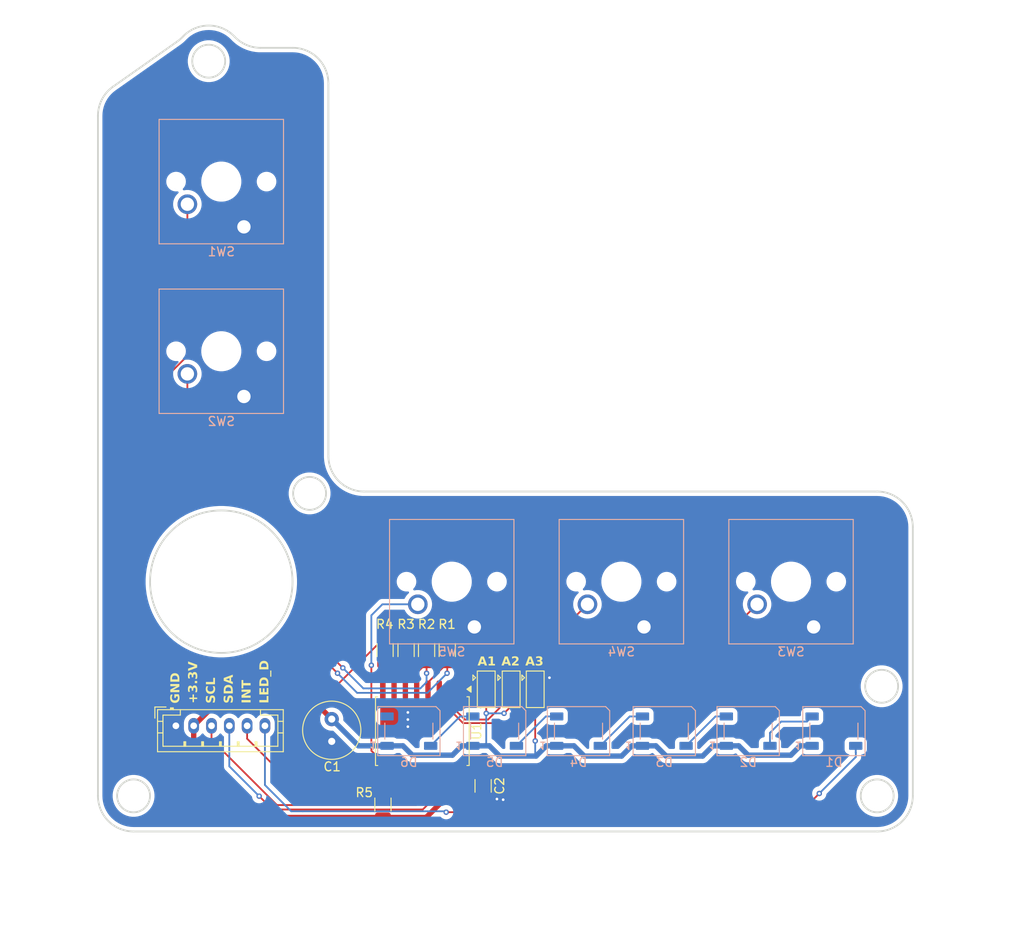
<source format=kicad_pcb>
(kicad_pcb (version 20241229) (generator "pcbnew") (generator_version "9.0")
  (layers (0 "F.Cu" signal) (2 "B.Cu" signal) (13 "F.Paste" user) (15 "B.Paste" user) (5 "F.SilkS" user "F.Silkscreen") (7 "B.SilkS" user "B.Silkscreen") (1 "F.Mask" user) (3 "B.Mask" user) (25 "Edge.Cuts" user))
  (net 0 "")
  (net 1 "+3.3V")
  (net 2 "GND")
  (net 3 "/INT")
  (net 4 "/SCL")
  (net 5 "/SDA")
  (net 6 "/A1")
  (net 7 "/A2")
  (net 8 "/A3")
  (net 9 "/SW1")
  (net 10 "/SW2")
  (net 11 "/SW3")
  (net 12 "/SW4")
  (net 13 "/SW5")
  (net 14 "Net-(D1-DOUT)")
  (net 15 "/LED_D")
  (net 16 "Net-(D2-DOUT)")
  (net 20 "Net-(D3-DOUT)")
  (net 21 "Net-(D4-DOUT)")
  (net 22 "Net-(D5-DOUT)")
  (footprint "Resistor_SMD:R_1206_3216Metric" (layer "F.Cu") (at 128 130.3375 90)
    (property "Reference" "R5" (at 1.3375 -2.1 180) (layer "F.SilkS"))
    (property "Value" "10k")
    (fp_line (start -0.727064 -0.91) (end 0.727064 -0.91) (stroke (width 0.12)) (layer "F.SilkS"))
    (fp_line (start -0.727064 0.91) (end 0.727064 0.91) (stroke (width 0.12)) (layer "F.SilkS"))
    (pad "1" smd roundrect (at -1.4625 0 90) (size 1.125 1.75) (layers "F.Cu" "F.Mask" "F.Paste") (roundrect_rratio 0.222222) (net 1 "+3.3V"))
    (pad "2" smd roundrect (at 1.4625 0 90) (size 1.125 1.75) (layers "F.Cu" "F.Mask" "F.Paste") (roundrect_rratio 0.222222) (net 13 "/SW5"))
  )
  (footprint "Resistor_SMD:R_1206_3216Metric" (layer "F.Cu") (at 135.223 113 -90)
    (property "Reference" "R1" (at -2.9 0.023 180) (layer "F.SilkS"))
    (property "Value" "10k")
    (fp_line (start -0.727064 0.91) (end 0.727064 0.91) (stroke (width 0.12)) (layer "F.SilkS"))
    (fp_line (start -0.727064 -0.91) (end 0.727064 -0.91) (stroke (width 0.12)) (layer "F.SilkS"))
    (pad "1" smd roundrect (at -1.4625 0 270) (size 1.125 1.75) (layers "F.Cu" "F.Mask" "F.Paste") (roundrect_rratio 0.222222) (net 1 "+3.3V"))
    (pad "2" smd roundrect (at 1.4625 0 270) (size 1.125 1.75) (layers "F.Cu" "F.Mask" "F.Paste") (roundrect_rratio 0.222222) (net 9 "/SW1"))
  )
  (footprint "Resistor_SMD:R_1206_3216Metric" (layer "F.Cu") (at 128.238 113 -90)
    (property "Reference" "R4" (at -2.9 0.038 180) (layer "F.SilkS"))
    (property "Value" "10k")
    (fp_line (start -0.727064 0.91) (end 0.727064 0.91) (stroke (width 0.12)) (layer "F.SilkS"))
    (fp_line (start -0.727064 -0.91) (end 0.727064 -0.91) (stroke (width 0.12)) (layer "F.SilkS"))
    (pad "1" smd roundrect (at -1.4625 0 270) (size 1.125 1.75) (layers "F.Cu" "F.Mask" "F.Paste") (roundrect_rratio 0.222222) (net 1 "+3.3V"))
    (pad "2" smd roundrect (at 1.4625 0 270) (size 1.125 1.75) (layers "F.Cu" "F.Mask" "F.Paste") (roundrect_rratio 0.222222) (net 12 "/SW4"))
  )
  (footprint "Resistor_SMD:R_1206_3216Metric" (layer "F.Cu") (at 132.9 113 -90)
    (property "Reference" "R2" (at -2.9 0 180) (layer "F.SilkS"))
    (property "Value" "10k")
    (fp_line (start -0.727064 0.91) (end 0.727064 0.91) (stroke (width 0.12)) (layer "F.SilkS"))
    (fp_line (start -0.727064 -0.91) (end 0.727064 -0.91) (stroke (width 0.12)) (layer "F.SilkS"))
    (pad "1" smd roundrect (at -1.4625 0 270) (size 1.125 1.75) (layers "F.Cu" "F.Mask" "F.Paste") (roundrect_rratio 0.222222) (net 1 "+3.3V"))
    (pad "2" smd roundrect (at 1.4625 0 270) (size 1.125 1.75) (layers "F.Cu" "F.Mask" "F.Paste") (roundrect_rratio 0.222222) (net 10 "/SW2"))
  )
  (footprint "Connector_JST:JST_PH_B6B-PH-K_1x06_P2.00mm_Vertical" (layer "F.Cu") (at 104.75 121.5)
    (property "Reference" "J1" (hide yes))
    (property "Value" "JST_PH")
    (fp_line (start -2.36 -2.11) (end -2.36 -0.86) (stroke (width 0.12)) (layer "F.SilkS"))
    (fp_line (start -2.06 -1.81) (end -2.06 2.91) (stroke (width 0.12)) (layer "F.SilkS"))
    (fp_line (start -2.06 -0.5) (end -1.45 -0.5) (stroke (width 0.12)) (layer "F.SilkS"))
    (fp_line (start -2.06 0.8) (end -1.45 0.8) (stroke (width 0.12)) (layer "F.SilkS"))
    (fp_line (start -2.06 2.91) (end 12.06 2.91) (stroke (width 0.12)) (layer "F.SilkS"))
    (fp_line (start -1.45 -1.2) (end -1.45 2.3) (stroke (width 0.12)) (layer "F.SilkS"))
    (fp_line (start -1.45 2.3) (end 11.45 2.3) (stroke (width 0.12)) (layer "F.SilkS"))
    (fp_line (start -1.11 -2.11) (end -2.36 -2.11) (stroke (width 0.12)) (layer "F.SilkS"))
    (fp_line (start -0.6 -2.01) (end -0.6 -1.81) (stroke (width 0.12)) (layer "F.SilkS"))
    (fp_line (start -0.3 -2.01) (end -0.6 -2.01) (stroke (width 0.12)) (layer "F.SilkS"))
    (fp_line (start -0.3 -1.91) (end -0.6 -1.91) (stroke (width 0.12)) (layer "F.SilkS"))
    (fp_line (start -0.3 -1.81) (end -0.3 -2.01) (stroke (width 0.12)) (layer "F.SilkS"))
    (fp_line (start 0.5 -1.81) (end 0.5 -1.2) (stroke (width 0.12)) (layer "F.SilkS"))
    (fp_line (start 0.5 -1.2) (end -1.45 -1.2) (stroke (width 0.12)) (layer "F.SilkS"))
    (fp_line (start 0.9 1.8) (end 1.1 1.8) (stroke (width 0.12)) (layer "F.SilkS"))
    (fp_line (start 0.9 2.3) (end 0.9 1.8) (stroke (width 0.12)) (layer "F.SilkS"))
    (fp_line (start 1 2.3) (end 1 1.8) (stroke (width 0.12)) (layer "F.SilkS"))
    (fp_line (start 1.1 1.8) (end 1.1 2.3) (stroke (width 0.12)) (layer "F.SilkS"))
    (fp_line (start 2.9 1.8) (end 3.1 1.8) (stroke (width 0.12)) (layer "F.SilkS"))
    (fp_line (start 2.9 2.3) (end 2.9 1.8) (stroke (width 0.12)) (layer "F.SilkS"))
    (fp_line (start 3 2.3) (end 3 1.8) (stroke (width 0.12)) (layer "F.SilkS"))
    (fp_line (start 3.1 1.8) (end 3.1 2.3) (stroke (width 0.12)) (layer "F.SilkS"))
    (fp_line (start 4.9 1.8) (end 5.1 1.8) (stroke (width 0.12)) (layer "F.SilkS"))
    (fp_line (start 4.9 2.3) (end 4.9 1.8) (stroke (width 0.12)) (layer "F.SilkS"))
    (fp_line (start 5 2.3) (end 5 1.8) (stroke (width 0.12)) (layer "F.SilkS"))
    (fp_line (start 5.1 1.8) (end 5.1 2.3) (stroke (width 0.12)) (layer "F.SilkS"))
    (fp_line (start 6.9 1.8) (end 7.1 1.8) (stroke (width 0.12)) (layer "F.SilkS"))
    (fp_line (start 6.9 2.3) (end 6.9 1.8) (stroke (width 0.12)) (layer "F.SilkS"))
    (fp_line (start 7 2.3) (end 7 1.8) (stroke (width 0.12)) (layer "F.SilkS"))
    (fp_line (start 7.1 1.8) (end 7.1 2.3) (stroke (width 0.12)) (layer "F.SilkS"))
    (fp_line (start 8.9 1.8) (end 9.1 1.8) (stroke (width 0.12)) (layer "F.SilkS"))
    (fp_line (start 8.9 2.3) (end 8.9 1.8) (stroke (width 0.12)) (layer "F.SilkS"))
    (fp_line (start 9 2.3) (end 9 1.8) (stroke (width 0.12)) (layer "F.SilkS"))
    (fp_line (start 9.1 1.8) (end 9.1 2.3) (stroke (width 0.12)) (layer "F.SilkS"))
    (fp_line (start 9.5 -1.2) (end 9.5 -1.81) (stroke (width 0.12)) (layer "F.SilkS"))
    (fp_line (start 11.45 -1.2) (end 9.5 -1.2) (stroke (width 0.12)) (layer "F.SilkS"))
    (fp_line (start 11.45 2.3) (end 11.45 -1.2) (stroke (width 0.12)) (layer "F.SilkS"))
    (fp_line (start 12.06 -1.81) (end -2.06 -1.81) (stroke (width 0.12)) (layer "F.SilkS"))
    (fp_line (start 12.06 -0.5) (end 11.45 -0.5) (stroke (width 0.12)) (layer "F.SilkS"))
    (fp_line (start 12.06 0.8) (end 11.45 0.8) (stroke (width 0.12)) (layer "F.SilkS"))
    (fp_line (start 12.06 2.91) (end 12.06 -1.81) (stroke (width 0.12)) (layer "F.SilkS"))
    (pad "1" thru_hole roundrect (at 0 0) (size 1.2 1.75) (drill 0.75) (layers "*.Cu" "*.Mask") (roundrect_rratio 0.208333) (net 2 "GND"))
    (pad "2" thru_hole oval (at 2 0) (size 1.2 1.75) (drill 0.75) (layers "*.Cu" "*.Mask") (net 1 "+3.3V"))
    (pad "3" thru_hole oval (at 4 0) (size 1.2 1.75) (drill 0.75) (layers "*.Cu" "*.Mask") (net 4 "/SCL"))
    (pad "4" thru_hole oval (at 6 0) (size 1.2 1.75) (drill 0.75) (layers "*.Cu" "*.Mask") (net 5 "/SDA"))
    (pad "5" thru_hole oval (at 8 0) (size 1.2 1.75) (drill 0.75) (layers "*.Cu" "*.Mask") (net 3 "/INT"))
    (pad "6" thru_hole oval (at 10 0) (size 1.2 1.75) (drill 0.75) (layers "*.Cu" "*.Mask") (net 15 "/LED_D"))
  )
  (footprint "Resistor_SMD:R_1206_3216Metric" (layer "F.Cu") (at 130.6 113 -90)
    (property "Reference" "R3" (at -2.9 0 180) (layer "F.SilkS"))
    (property "Value" "10k")
    (fp_line (start -0.727064 0.91) (end 0.727064 0.91) (stroke (width 0.12)) (layer "F.SilkS"))
    (fp_line (start -0.727064 -0.91) (end 0.727064 -0.91) (stroke (width 0.12)) (layer "F.SilkS"))
    (pad "1" smd roundrect (at -1.4625 0 270) (size 1.125 1.75) (layers "F.Cu" "F.Mask" "F.Paste") (roundrect_rratio 0.222222) (net 1 "+3.3V"))
    (pad "2" smd roundrect (at 1.4625 0 270) (size 1.125 1.75) (layers "F.Cu" "F.Mask" "F.Paste") (roundrect_rratio 0.222222) (net 11 "/SW3"))
  )
  (footprint "Jumper:SolderJumper-3_P1.3mm_Bridged2Bar12_Pad1.0x1.5mm" (layer "F.Cu") (at 142.4 117.4 -90)
    (property "Reference" "JP1" (hide yes))
    (property "Value" "Jumper_3_Bridged12")
    (fp_poly (pts (xy -0.9 0.2) (xy -0.4 0.2) (xy -0.4 0.6) (xy -0.9 0.6)) (fill yes) (layer "F.Cu"))
    (fp_poly (pts (xy -0.9 -0.6) (xy -0.4 -0.6) (xy -0.4 -0.2) (xy -0.9 -0.2)) (fill yes) (layer "F.Cu"))
    (fp_line (start -1.6 1.5) (end -1 1.5) (stroke (width 0.12)) (layer "F.SilkS"))
    (fp_line (start -1.3 1.2) (end -1.6 1.5) (stroke (width 0.12)) (layer "F.SilkS"))
    (fp_line (start -1.3 1.2) (end -1 1.5) (stroke (width 0.12)) (layer "F.SilkS"))
    (fp_line (start -2.05 1) (end -2.05 -1) (stroke (width 0.12)) (layer "F.SilkS"))
    (fp_line (start 2.05 1) (end -2.05 1) (stroke (width 0.12)) (layer "F.SilkS"))
    (fp_line (start -2.05 -1) (end 2.05 -1) (stroke (width 0.12)) (layer "F.SilkS"))
    (fp_line (start 2.05 -1) (end 2.05 1) (stroke (width 0.12)) (layer "F.SilkS"))
    (pad "1" smd rect (at -1.3 0 270) (size 1 1.5) (layers "F.Cu" "F.Mask") (net 2 "GND"))
    (pad "2" smd rect (at 0 0 270) (size 1 1.5) (layers "F.Cu" "F.Mask") (net 7 "/A2"))
    (pad "3" smd rect (at 1.3 0 270) (size 1 1.5) (layers "F.Cu" "F.Mask") (net 1 "+3.3V"))
  )
  (footprint "Jumper:SolderJumper-3_P1.3mm_Bridged2Bar12_Pad1.0x1.5mm" (layer "F.Cu") (at 145.1 117.4 -90)
    (property "Reference" "JP2" (hide yes))
    (property "Value" "Jumper_3_Bridged12")
    (fp_poly (pts (xy -0.9 0.2) (xy -0.4 0.2) (xy -0.4 0.6) (xy -0.9 0.6)) (fill yes) (layer "F.Cu"))
    (fp_poly (pts (xy -0.9 -0.6) (xy -0.4 -0.6) (xy -0.4 -0.2) (xy -0.9 -0.2)) (fill yes) (layer "F.Cu"))
    (fp_line (start -1.6 1.5) (end -1 1.5) (stroke (width 0.12)) (layer "F.SilkS"))
    (fp_line (start -1.3 1.2) (end -1.6 1.5) (stroke (width 0.12)) (layer "F.SilkS"))
    (fp_line (start -1.3 1.2) (end -1 1.5) (stroke (width 0.12)) (layer "F.SilkS"))
    (fp_line (start -2.05 1) (end -2.05 -1) (stroke (width 0.12)) (layer "F.SilkS"))
    (fp_line (start 2.05 1) (end -2.05 1) (stroke (width 0.12)) (layer "F.SilkS"))
    (fp_line (start -2.05 -1) (end 2.05 -1) (stroke (width 0.12)) (layer "F.SilkS"))
    (fp_line (start 2.05 -1) (end 2.05 1) (stroke (width 0.12)) (layer "F.SilkS"))
    (pad "1" smd rect (at -1.3 0 270) (size 1 1.5) (layers "F.Cu" "F.Mask") (net 2 "GND"))
    (pad "2" smd rect (at 0 0 270) (size 1 1.5) (layers "F.Cu" "F.Mask") (net 8 "/A3"))
    (pad "3" smd rect (at 1.3 0 270) (size 1 1.5) (layers "F.Cu" "F.Mask") (net 1 "+3.3V"))
  )
  (footprint "Capacitor_SMD:C_1206_3216Metric" (layer "F.Cu") (at 139.25 128.25 90)
    (property "Reference" "C2" (at 0 1.85 90) (layer "F.SilkS"))
    (property "Value" "100n")
    (fp_line (start -0.711252 -0.91) (end 0.711252 -0.91) (stroke (width 0.12)) (layer "F.SilkS"))
    (fp_line (start -0.711252 0.91) (end 0.711252 0.91) (stroke (width 0.12)) (layer "F.SilkS"))
    (pad "1" smd roundrect (at -1.475 0 90) (size 1.15 1.8) (layers "F.Cu" "F.Mask" "F.Paste") (roundrect_rratio 0.217391) (net 2 "GND"))
    (pad "2" smd roundrect (at 1.475 0 90) (size 1.15 1.8) (layers "F.Cu" "F.Mask" "F.Paste") (roundrect_rratio 0.217391) (net 1 "+3.3V"))
  )
  (footprint "Capacitor_THT:C_Radial_D6.3mm_H11.0mm_P2.50mm" (layer "F.Cu") (at 122.25 120.75 -90)
    (property "Reference" "C1" (at 5.35 -0.05 180) (layer "F.SilkS"))
    (property "Value" "10u")
    (fp_circle (center 1.25 0) (end 4.52 0) (stroke (width 0.12)) (fill no) (layer "F.SilkS"))
    (pad "1" thru_hole circle (at 0 0 270) (size 1.6 1.6) (drill 0.8) (layers "*.Cu" "*.Mask") (net 1 "+3.3V"))
    (pad "2" thru_hole circle (at 2.5 0 270) (size 1.6 1.6) (drill 0.8) (layers "*.Cu" "*.Mask") (net 2 "GND"))
  )
  (footprint "Package_SO:SOIC-16W_7.5x10.3mm_P1.27mm" (layer "F.Cu") (at 132.425 122.1 -90)
    (property "Reference" "U1" (at 0 -6.1 90) (layer "F.SilkS"))
    (property "Value" "PCF8574T")
    (fp_line (start -3.86 5.26) (end -3.86 5.005) (stroke (width 0.12)) (layer "F.SilkS"))
    (fp_line (start 0 5.26) (end -3.86 5.26) (stroke (width 0.12)) (layer "F.SilkS"))
    (fp_line (start 0 5.26) (end 3.86 5.26) (stroke (width 0.12)) (layer "F.SilkS"))
    (fp_line (start 3.86 5.26) (end 3.86 5.005) (stroke (width 0.12)) (layer "F.SilkS"))
    (fp_line (start -3.86 -5.26) (end -3.86 -5.005) (stroke (width 0.12)) (layer "F.SilkS"))
    (fp_line (start 0 -5.26) (end -3.86 -5.26) (stroke (width 0.12)) (layer "F.SilkS"))
    (fp_line (start 0 -5.26) (end 3.86 -5.26) (stroke (width 0.12)) (layer "F.SilkS"))
    (fp_line (start 3.86 -5.26) (end 3.86 -5.005) (stroke (width 0.12)) (layer "F.SilkS"))
    (fp_poly (pts (xy -4.7125 -5.005) (xy -5.0525 -5.475) (xy -4.3725 -5.475)) (stroke (width 0.12)) (fill yes) (layer "F.SilkS"))
    (pad "1" smd roundrect (at -4.65 -4.445 270) (size 2.05 0.6) (layers "F.Cu" "F.Mask" "F.Paste") (net 6 "/A1"))
    (pad "2" smd roundrect (at -4.65 -3.175 270) (size 2.05 0.6) (layers "F.Cu" "F.Mask" "F.Paste") (net 7 "/A2"))
    (pad "3" smd roundrect (at -4.65 -1.905 270) (size 2.05 0.6) (layers "F.Cu" "F.Mask" "F.Paste") (net 8 "/A3"))
    (pad "4" smd roundrect (at -4.65 -0.635 270) (size 2.05 0.6) (layers "F.Cu" "F.Mask" "F.Paste") (net 9 "/SW1"))
    (pad "5" smd roundrect (at -4.65 0.635 270) (size 2.05 0.6) (layers "F.Cu" "F.Mask" "F.Paste") (net 10 "/SW2"))
    (pad "6" smd roundrect (at -4.65 1.905 270) (size 2.05 0.6) (layers "F.Cu" "F.Mask" "F.Paste") (net 11 "/SW3"))
    (pad "7" smd roundrect (at -4.65 3.175 270) (size 2.05 0.6) (layers "F.Cu" "F.Mask" "F.Paste") (net 12 "/SW4"))
    (pad "8" smd roundrect (at -4.65 4.445 270) (size 2.05 0.6) (layers "F.Cu" "F.Mask" "F.Paste") (net 2 "GND"))
    (pad "9" smd roundrect (at 4.65 4.445 270) (size 2.05 0.6) (layers "F.Cu" "F.Mask" "F.Paste") (net 13 "/SW5"))
    (pad "10" smd roundrect (at 4.65 3.175 270) (size 2.05 0.6) (layers "F.Cu" "F.Mask" "F.Paste"))
    (pad "11" smd roundrect (at 4.65 1.905 270) (size 2.05 0.6) (layers "F.Cu" "F.Mask" "F.Paste"))
    (pad "12" smd roundrect (at 4.65 0.635 270) (size 2.05 0.6) (layers "F.Cu" "F.Mask" "F.Paste"))
    (pad "13" smd roundrect (at 4.65 -0.635 270) (size 2.05 0.6) (layers "F.Cu" "F.Mask" "F.Paste") (net 3 "/INT"))
    (pad "14" smd roundrect (at 4.65 -1.905 270) (size 2.05 0.6) (layers "F.Cu" "F.Mask" "F.Paste") (net 4 "/SCL"))
    (pad "15" smd roundrect (at 4.65 -3.175 270) (size 2.05 0.6) (layers "F.Cu" "F.Mask" "F.Paste") (net 5 "/SDA"))
    (pad "16" smd roundrect (at 4.65 -4.445 270) (size 2.05 0.6) (layers "F.Cu" "F.Mask" "F.Paste") (net 1 "+3.3V"))
  )
  (footprint "Jumper:SolderJumper-3_P1.3mm_Bridged2Bar12_Pad1.0x1.5mm" (layer "F.Cu") (at 139.6 117.4 -90)
    (property "Reference" "JP4" (hide yes))
    (property "Value" "Jumper_3_Bridged12")
    (fp_poly (pts (xy -0.9 0.2) (xy -0.4 0.2) (xy -0.4 0.6) (xy -0.9 0.6)) (fill yes) (layer "F.Cu"))
    (fp_poly (pts (xy -0.9 -0.6) (xy -0.4 -0.6) (xy -0.4 -0.2) (xy -0.9 -0.2)) (fill yes) (layer "F.Cu"))
    (fp_line (start -1.6 1.5) (end -1 1.5) (stroke (width 0.12)) (layer "F.SilkS"))
    (fp_line (start -1.3 1.2) (end -1.6 1.5) (stroke (width 0.12)) (layer "F.SilkS"))
    (fp_line (start -1.3 1.2) (end -1 1.5) (stroke (width 0.12)) (layer "F.SilkS"))
    (fp_line (start -2.05 1) (end -2.05 -1) (stroke (width 0.12)) (layer "F.SilkS"))
    (fp_line (start 2.05 1) (end -2.05 1) (stroke (width 0.12)) (layer "F.SilkS"))
    (fp_line (start -2.05 -1) (end 2.05 -1) (stroke (width 0.12)) (layer "F.SilkS"))
    (fp_line (start 2.05 -1) (end 2.05 1) (stroke (width 0.12)) (layer "F.SilkS"))
    (pad "1" smd rect (at -1.3 0 270) (size 1 1.5) (layers "F.Cu" "F.Mask") (net 2 "GND"))
    (pad "2" smd rect (at 0 0 270) (size 1 1.5) (layers "F.Cu" "F.Mask") (net 6 "/A1"))
    (pad "3" smd rect (at 1.3 0 270) (size 1 1.5) (layers "F.Cu" "F.Mask") (net 1 "+3.3V"))
  )
  (footprint "LED_SMD:LED_WS2812B_PLCC4_5.0x5.0mm_P3.2mm" (layer "B.Cu") (at 159.591039 122.1)
    (property "Reference" "D3" (at 0 3.5 0) (layer "B.SilkS") (effects (justify mirror)))
    (property "Value" "WS2812B")
    (fp_line (start -3.5 -2.75) (end 3.05 -2.75) (stroke (width 0.12)) (layer "B.SilkS"))
    (fp_line (start -3.5 2.75) (end -3.5 -2.75) (stroke (width 0.12)) (layer "B.SilkS"))
    (fp_line (start -3.5 2.75) (end 3.5 2.75) (stroke (width 0.12)) (layer "B.SilkS"))
    (fp_line (start -2.7 -0.9) (end -2.7 0.9) (stroke (width 0.12)) (layer "B.SilkS"))
    (fp_line (start 2.7 -0.9) (end 2.7 0.9) (stroke (width 0.12)) (layer "B.SilkS"))
    (fp_line (start 3.05 -2.75) (end 3.5 -2.3) (stroke (width 0.12)) (layer "B.SilkS"))
    (fp_line (start 3.5 -2.3) (end 3.5 2.75) (stroke (width 0.12)) (layer "B.SilkS"))
    (fp_text user "1" (at -4 1.6 180) (layer "B.SilkS") (effects (font (size 0.8 0.8)) (justify mirror)))
    (pad "1" smd roundrect (at -2.45 1.65) (size 1.5 0.9) (layers "B.Cu" "B.Mask" "B.Paste") (roundrect_rratio 0.1) (net 1 "+3.3V"))
    (pad "2" smd roundrect (at -2.45 -1.65) (size 1.5 0.9) (layers "B.Cu" "B.Mask" "B.Paste") (roundrect_rratio 0.1) (net 20 "Net-(D3-DOUT)"))
    (pad "3" smd roundrect (at 2.45 -1.65) (size 1.5 0.9) (layers "B.Cu" "B.Mask" "B.Paste") (roundrect_rratio 0.1) (net 2 "GND"))
    (pad "4" smd roundrect (at 2.45 1.65) (size 1.5 0.9) (layers "B.Cu" "B.Mask" "B.Paste") (roundrect_rratio 0.1) (net 16 "Net-(D2-DOUT)"))
  )
  (footprint "LED_SMD:LED_WS2812B_PLCC4_5.0x5.0mm_P3.2mm" (layer "B.Cu") (at 130.911039 122.1)
    (property "Reference" "D6" (at 0 3.5 0) (layer "B.SilkS") (effects (justify mirror)))
    (property "Value" "WS2812B")
    (fp_line (start -3.5 -2.75) (end 3.05 -2.75) (stroke (width 0.12)) (layer "B.SilkS"))
    (fp_line (start -3.5 2.75) (end -3.5 -2.75) (stroke (width 0.12)) (layer "B.SilkS"))
    (fp_line (start -3.5 2.75) (end 3.5 2.75) (stroke (width 0.12)) (layer "B.SilkS"))
    (fp_line (start -2.7 -0.9) (end -2.7 0.9) (stroke (width 0.12)) (layer "B.SilkS"))
    (fp_line (start 2.7 -0.9) (end 2.7 0.9) (stroke (width 0.12)) (layer "B.SilkS"))
    (fp_line (start 3.05 -2.75) (end 3.5 -2.3) (stroke (width 0.12)) (layer "B.SilkS"))
    (fp_line (start 3.5 -2.3) (end 3.5 2.75) (stroke (width 0.12)) (layer "B.SilkS"))
    (fp_text user "1" (at -4 1.6 180) (layer "B.SilkS") (effects (font (size 0.8 0.8)) (justify mirror)))
    (pad "1" smd roundrect (at -2.45 1.65) (size 1.5 0.9) (layers "B.Cu" "B.Mask" "B.Paste") (roundrect_rratio 0.1) (net 1 "+3.3V"))
    (pad "2" smd roundrect (at -2.45 -1.65) (size 1.5 0.9) (layers "B.Cu" "B.Mask" "B.Paste") (roundrect_rratio 0.1))
    (pad "3" smd roundrect (at 2.45 -1.65) (size 1.5 0.9) (layers "B.Cu" "B.Mask" "B.Paste") (roundrect_rratio 0.1) (net 2 "GND"))
    (pad "4" smd roundrect (at 2.45 1.65) (size 1.5 0.9) (layers "B.Cu" "B.Mask" "B.Paste") (roundrect_rratio 0.1) (net 22 "Net-(D5-DOUT)"))
  )
  (footprint "LED_SMD:LED_WS2812B_PLCC4_5.0x5.0mm_P3.2mm" (layer "B.Cu") (at 178.641039 122.1)
    (property "Reference" "D1" (at 0 3.5 0) (layer "B.SilkS") (effects (justify mirror)))
    (property "Value" "WS2812B")
    (fp_line (start -3.5 -2.75) (end 3.05 -2.75) (stroke (width 0.12)) (layer "B.SilkS"))
    (fp_line (start -3.5 2.75) (end -3.5 -2.75) (stroke (width 0.12)) (layer "B.SilkS"))
    (fp_line (start -3.5 2.75) (end 3.5 2.75) (stroke (width 0.12)) (layer "B.SilkS"))
    (fp_line (start -2.7 -0.9) (end -2.7 0.9) (stroke (width 0.12)) (layer "B.SilkS"))
    (fp_line (start 2.7 -0.9) (end 2.7 0.9) (stroke (width 0.12)) (layer "B.SilkS"))
    (fp_line (start 3.05 -2.75) (end 3.5 -2.3) (stroke (width 0.12)) (layer "B.SilkS"))
    (fp_line (start 3.5 -2.3) (end 3.5 2.75) (stroke (width 0.12)) (layer "B.SilkS"))
    (fp_text user "1" (at -4 1.6 180) (layer "B.SilkS") (effects (font (size 0.8 0.8)) (justify mirror)))
    (pad "1" smd roundrect (at -2.45 1.65) (size 1.5 0.9) (layers "B.Cu" "B.Mask" "B.Paste") (roundrect_rratio 0.1) (net 1 "+3.3V"))
    (pad "2" smd roundrect (at -2.45 -1.65) (size 1.5 0.9) (layers "B.Cu" "B.Mask" "B.Paste") (roundrect_rratio 0.1) (net 14 "Net-(D1-DOUT)"))
    (pad "3" smd roundrect (at 2.45 -1.65) (size 1.5 0.9) (layers "B.Cu" "B.Mask" "B.Paste") (roundrect_rratio 0.1) (net 2 "GND"))
    (pad "4" smd roundrect (at 2.45 1.65) (size 1.5 0.9) (layers "B.Cu" "B.Mask" "B.Paste") (roundrect_rratio 0.1) (net 15 "/LED_D"))
  )
  (footprint "LED_SMD:LED_WS2812B_PLCC4_5.0x5.0mm_P3.2mm" (layer "B.Cu") (at 149.961039 122.1)
    (property "Reference" "D4" (at 0 3.5 0) (layer "B.SilkS") (effects (justify mirror)))
    (property "Value" "WS2812B")
    (fp_line (start -3.5 -2.75) (end 3.05 -2.75) (stroke (width 0.12)) (layer "B.SilkS"))
    (fp_line (start -3.5 2.75) (end -3.5 -2.75) (stroke (width 0.12)) (layer "B.SilkS"))
    (fp_line (start -3.5 2.75) (end 3.5 2.75) (stroke (width 0.12)) (layer "B.SilkS"))
    (fp_line (start -2.7 -0.9) (end -2.7 0.9) (stroke (width 0.12)) (layer "B.SilkS"))
    (fp_line (start 2.7 -0.9) (end 2.7 0.9) (stroke (width 0.12)) (layer "B.SilkS"))
    (fp_line (start 3.05 -2.75) (end 3.5 -2.3) (stroke (width 0.12)) (layer "B.SilkS"))
    (fp_line (start 3.5 -2.3) (end 3.5 2.75) (stroke (width 0.12)) (layer "B.SilkS"))
    (fp_text user "1" (at -4 1.6 180) (layer "B.SilkS") (effects (font (size 0.8 0.8)) (justify mirror)))
    (pad "1" smd roundrect (at -2.45 1.65) (size 1.5 0.9) (layers "B.Cu" "B.Mask" "B.Paste") (roundrect_rratio 0.1) (net 1 "+3.3V"))
    (pad "2" smd roundrect (at -2.45 -1.65) (size 1.5 0.9) (layers "B.Cu" "B.Mask" "B.Paste") (roundrect_rratio 0.1) (net 21 "Net-(D4-DOUT)"))
    (pad "3" smd roundrect (at 2.45 -1.65) (size 1.5 0.9) (layers "B.Cu" "B.Mask" "B.Paste") (roundrect_rratio 0.1) (net 2 "GND"))
    (pad "4" smd roundrect (at 2.45 1.65) (size 1.5 0.9) (layers "B.Cu" "B.Mask" "B.Paste") (roundrect_rratio 0.1) (net 20 "Net-(D3-DOUT)"))
  )
  (footprint "Button_Switch_Keyboard:SW_Cherry_MX_1.00u_PCB" (layer "B.Cu") (at 157.316039 110.397664)
    (property "Reference" "SW4" (at -2.54 2.794 0) (layer "B.SilkS") (effects (justify mirror)))
    (property "Value" "SW_Push")
    (fp_line (start -9.525 -12.065) (end -9.525 1.905) (stroke (width 0.12)) (layer "B.SilkS"))
    (fp_line (start -9.525 1.905) (end 4.445 1.905) (stroke (width 0.12)) (layer "B.SilkS"))
    (fp_line (start 4.445 -12.065) (end -9.525 -12.065) (stroke (width 0.12)) (layer "B.SilkS"))
    (fp_line (start 4.445 1.905) (end 4.445 -12.065) (stroke (width 0.12)) (layer "B.SilkS"))
    (pad "" np_thru_hole circle (at -7.62 -5.08) (size 1.7 1.7) (drill 1.7) (layers "*.Cu" "*.Mask"))
    (pad "" np_thru_hole circle (at -2.54 -5.08) (size 4 4) (drill 4) (layers "*.Cu" "*.Mask"))
    (pad "" np_thru_hole circle (at 2.54 -5.08) (size 1.7 1.7) (drill 1.7) (layers "*.Cu" "*.Mask"))
    (pad "1" thru_hole circle (at 0 0) (size 2.2 2.2) (drill 1.5) (layers "*.Cu" "*.Mask") (net 2 "GND"))
    (pad "2" thru_hole circle (at -6.35 -2.54) (size 2.2 2.2) (drill 1.5) (layers "*.Cu" "*.Mask") (net 12 "/SW4"))
  )
  (footprint "Button_Switch_Keyboard:SW_Cherry_MX_1.00u_PCB" (layer "B.Cu") (at 112.391039 84.522664)
    (property "Reference" "SW2" (at -2.54 2.794 0) (layer "B.SilkS") (effects (justify mirror)))
    (property "Value" "SW_Push")
    (fp_line (start -9.525 -12.065) (end -9.525 1.905) (stroke (width 0.12)) (layer "B.SilkS"))
    (fp_line (start -9.525 1.905) (end 4.445 1.905) (stroke (width 0.12)) (layer "B.SilkS"))
    (fp_line (start 4.445 -12.065) (end -9.525 -12.065) (stroke (width 0.12)) (layer "B.SilkS"))
    (fp_line (start 4.445 1.905) (end 4.445 -12.065) (stroke (width 0.12)) (layer "B.SilkS"))
    (pad "" np_thru_hole circle (at -7.62 -5.08) (size 1.7 1.7) (drill 1.7) (layers "*.Cu" "*.Mask"))
    (pad "" np_thru_hole circle (at -2.54 -5.08) (size 4 4) (drill 4) (layers "*.Cu" "*.Mask"))
    (pad "" np_thru_hole circle (at 2.54 -5.08) (size 1.7 1.7) (drill 1.7) (layers "*.Cu" "*.Mask"))
    (pad "1" thru_hole circle (at 0 0) (size 2.2 2.2) (drill 1.5) (layers "*.Cu" "*.Mask") (net 2 "GND"))
    (pad "2" thru_hole circle (at -6.35 -2.54) (size 2.2 2.2) (drill 1.5) (layers "*.Cu" "*.Mask") (net 10 "/SW2"))
  )
  (footprint "Button_Switch_Keyboard:SW_Cherry_MX_1.00u_PCB" (layer "B.Cu") (at 138.266039 110.397664)
    (property "Reference" "SW5" (at -2.54 2.794 0) (layer "B.SilkS") (effects (justify mirror)))
    (property "Value" "SW_Push")
    (fp_line (start -9.525 -12.065) (end -9.525 1.905) (stroke (width 0.12)) (layer "B.SilkS"))
    (fp_line (start -9.525 1.905) (end 4.445 1.905) (stroke (width 0.12)) (layer "B.SilkS"))
    (fp_line (start 4.445 -12.065) (end -9.525 -12.065) (stroke (width 0.12)) (layer "B.SilkS"))
    (fp_line (start 4.445 1.905) (end 4.445 -12.065) (stroke (width 0.12)) (layer "B.SilkS"))
    (pad "" np_thru_hole circle (at -7.62 -5.08) (size 1.7 1.7) (drill 1.7) (layers "*.Cu" "*.Mask"))
    (pad "" np_thru_hole circle (at -2.54 -5.08) (size 4 4) (drill 4) (layers "*.Cu" "*.Mask"))
    (pad "" np_thru_hole circle (at 2.54 -5.08) (size 1.7 1.7) (drill 1.7) (layers "*.Cu" "*.Mask"))
    (pad "1" thru_hole circle (at 0 0) (size 2.2 2.2) (drill 1.5) (layers "*.Cu" "*.Mask") (net 2 "GND"))
    (pad "2" thru_hole circle (at -6.35 -2.54) (size 2.2 2.2) (drill 1.5) (layers "*.Cu" "*.Mask") (net 13 "/SW5"))
  )
  (footprint "LED_SMD:LED_WS2812B_PLCC4_5.0x5.0mm_P3.2mm" (layer "B.Cu") (at 140.541039 122.1)
    (property "Reference" "D5" (at 0 3.5 0) (layer "B.SilkS") (effects (justify mirror)))
    (property "Value" "WS2812B")
    (fp_line (start -3.5 -2.75) (end 3.05 -2.75) (stroke (width 0.12)) (layer "B.SilkS"))
    (fp_line (start -3.5 2.75) (end -3.5 -2.75) (stroke (width 0.12)) (layer "B.SilkS"))
    (fp_line (start -3.5 2.75) (end 3.5 2.75) (stroke (width 0.12)) (layer "B.SilkS"))
    (fp_line (start -2.7 -0.9) (end -2.7 0.9) (stroke (width 0.12)) (layer "B.SilkS"))
    (fp_line (start 2.7 -0.9) (end 2.7 0.9) (stroke (width 0.12)) (layer "B.SilkS"))
    (fp_line (start 3.05 -2.75) (end 3.5 -2.3) (stroke (width 0.12)) (layer "B.SilkS"))
    (fp_line (start 3.5 -2.3) (end 3.5 2.75) (stroke (width 0.12)) (layer "B.SilkS"))
    (fp_text user "1" (at -4 1.6 180) (layer "B.SilkS") (effects (font (size 0.8 0.8)) (justify mirror)))
    (pad "1" smd roundrect (at -2.45 1.65) (size 1.5 0.9) (layers "B.Cu" "B.Mask" "B.Paste") (roundrect_rratio 0.1) (net 1 "+3.3V"))
    (pad "2" smd roundrect (at -2.45 -1.65) (size 1.5 0.9) (layers "B.Cu" "B.Mask" "B.Paste") (roundrect_rratio 0.1) (net 22 "Net-(D5-DOUT)"))
    (pad "3" smd roundrect (at 2.45 -1.65) (size 1.5 0.9) (layers "B.Cu" "B.Mask" "B.Paste") (roundrect_rratio 0.1) (net 2 "GND"))
    (pad "4" smd roundrect (at 2.45 1.65) (size 1.5 0.9) (layers "B.Cu" "B.Mask" "B.Paste") (roundrect_rratio 0.1) (net 21 "Net-(D4-DOUT)"))
  )
  (footprint "Button_Switch_Keyboard:SW_Cherry_MX_1.00u_PCB" (layer "B.Cu") (at 112.391039 65.472664)
    (property "Reference" "SW1" (at -2.54 2.794 0) (layer "B.SilkS") (effects (justify mirror)))
    (property "Value" "SW_Push")
    (fp_line (start -9.525 -12.065) (end -9.525 1.905) (stroke (width 0.12)) (layer "B.SilkS"))
    (fp_line (start -9.525 1.905) (end 4.445 1.905) (stroke (width 0.12)) (layer "B.SilkS"))
    (fp_line (start 4.445 -12.065) (end -9.525 -12.065) (stroke (width 0.12)) (layer "B.SilkS"))
    (fp_line (start 4.445 1.905) (end 4.445 -12.065) (stroke (width 0.12)) (layer "B.SilkS"))
    (pad "" np_thru_hole circle (at -7.62 -5.08) (size 1.7 1.7) (drill 1.7) (layers "*.Cu" "*.Mask"))
    (pad "" np_thru_hole circle (at -2.54 -5.08) (size 4 4) (drill 4) (layers "*.Cu" "*.Mask"))
    (pad "" np_thru_hole circle (at 2.54 -5.08) (size 1.7 1.7) (drill 1.7) (layers "*.Cu" "*.Mask"))
    (pad "1" thru_hole circle (at 0 0) (size 2.2 2.2) (drill 1.5) (layers "*.Cu" "*.Mask") (net 2 "GND"))
    (pad "2" thru_hole circle (at -6.35 -2.54) (size 2.2 2.2) (drill 1.5) (layers "*.Cu" "*.Mask") (net 9 "/SW1"))
  )
  (footprint "LED_SMD:LED_WS2812B_PLCC4_5.0x5.0mm_P3.2mm" (layer "B.Cu") (at 169.011039 122.1)
    (property "Reference" "D2" (at 0 3.5 0) (layer "B.SilkS") (effects (justify mirror)))
    (property "Value" "WS2812B")
    (fp_line (start -3.5 -2.75) (end 3.05 -2.75) (stroke (width 0.12)) (layer "B.SilkS"))
    (fp_line (start -3.5 2.75) (end -3.5 -2.75) (stroke (width 0.12)) (layer "B.SilkS"))
    (fp_line (start -3.5 2.75) (end 3.5 2.75) (stroke (width 0.12)) (layer "B.SilkS"))
    (fp_line (start -2.7 -0.9) (end -2.7 0.9) (stroke (width 0.12)) (layer "B.SilkS"))
    (fp_line (start 2.7 -0.9) (end 2.7 0.9) (stroke (width 0.12)) (layer "B.SilkS"))
    (fp_line (start 3.05 -2.75) (end 3.5 -2.3) (stroke (width 0.12)) (layer "B.SilkS"))
    (fp_line (start 3.5 -2.3) (end 3.5 2.75) (stroke (width 0.12)) (layer "B.SilkS"))
    (fp_text user "1" (at -4 1.6 180) (layer "B.SilkS") (effects (font (size 0.8 0.8)) (justify mirror)))
    (pad "1" smd roundrect (at -2.45 1.65) (size 1.5 0.9) (layers "B.Cu" "B.Mask" "B.Paste") (roundrect_rratio 0.1) (net 1 "+3.3V"))
    (pad "2" smd roundrect (at -2.45 -1.65) (size 1.5 0.9) (layers "B.Cu" "B.Mask" "B.Paste") (roundrect_rratio 0.1) (net 16 "Net-(D2-DOUT)"))
    (pad "3" smd roundrect (at 2.45 -1.65) (size 1.5 0.9) (layers "B.Cu" "B.Mask" "B.Paste") (roundrect_rratio 0.1) (net 2 "GND"))
    (pad "4" smd roundrect (at 2.45 1.65) (size 1.5 0.9) (layers "B.Cu" "B.Mask" "B.Paste") (roundrect_rratio 0.1) (net 14 "Net-(D1-DOUT)"))
  )
  (footprint "Button_Switch_Keyboard:SW_Cherry_MX_1.00u_PCB" (layer "B.Cu") (at 176.366039 110.397664)
    (property "Reference" "SW3" (at -2.54 2.794 0) (layer "B.SilkS") (effects (justify mirror)))
    (property "Value" "SW_Push")
    (fp_line (start -9.525 -12.065) (end -9.525 1.905) (stroke (width 0.12)) (layer "B.SilkS"))
    (fp_line (start -9.525 1.905) (end 4.445 1.905) (stroke (width 0.12)) (layer "B.SilkS"))
    (fp_line (start 4.445 -12.065) (end -9.525 -12.065) (stroke (width 0.12)) (layer "B.SilkS"))
    (fp_line (start 4.445 1.905) (end 4.445 -12.065) (stroke (width 0.12)) (layer "B.SilkS"))
    (pad "" np_thru_hole circle (at -7.62 -5.08) (size 1.7 1.7) (drill 1.7) (layers "*.Cu" "*.Mask"))
    (pad "" np_thru_hole circle (at -2.54 -5.08) (size 4 4) (drill 4) (layers "*.Cu" "*.Mask"))
    (pad "" np_thru_hole circle (at 2.54 -5.08) (size 1.7 1.7) (drill 1.7) (layers "*.Cu" "*.Mask"))
    (pad "1" thru_hole circle (at 0 0) (size 2.2 2.2) (drill 1.5) (layers "*.Cu" "*.Mask") (net 2 "GND"))
    (pad "2" thru_hole circle (at -6.35 -2.54) (size 2.2 2.2) (drill 1.5) (layers "*.Cu" "*.Mask") (net 11 "/SW3"))
  )
  (gr_circle (center 183.5 129.368941) (end 185.35 129.368941) (stroke (width 0.2)) (fill no) (layer "Edge.Cuts"))
  (gr_arc (start 183.5 95.192664) (mid 186.328426 96.364237) (end 187.5 99.192664) (stroke (width 0.2)) (layer "Edge.Cuts"))
  (gr_arc (start 187.5 129.368941) (mid 186.328427 132.197368) (end 183.5 133.368941) (stroke (width 0.2)) (layer "Edge.Cuts"))
  (gr_line (start 187.5 129.368941) (end 187.5 99.192664) (stroke (width 0.2)) (layer "Edge.Cuts"))
  (gr_circle (center 184 117.062011) (end 185.85 117.062011) (stroke (width 0.2)) (fill no) (layer "Edge.Cuts"))
  (gr_line (start 96 53) (end 96 129.368942) (stroke (width 0.2)) (layer "Edge.Cuts"))
  (gr_arc (start 96 53) (mid 96.449875 51.15701) (end 97.698307 49.728577) (stroke (width 0.2)) (layer "Edge.Cuts"))
  (gr_circle (center 109.851039 105.317664) (end 117.851039 105.317664) (stroke (width 0.2)) (fill no) (layer "Edge.Cuts"))
  (gr_arc (start 117.876039 45.368941) (mid 120.704466 46.540514) (end 121.876039 49.368942) (stroke (width 0.2)) (layer "Edge.Cuts"))
  (gr_line (start 100 133.368941) (end 183.5 133.368941) (stroke (width 0.2)) (layer "Edge.Cuts"))
  (gr_arc (start 105.533282 44.118941) (mid 108.438019 42.868941) (end 111.342757 44.118941) (stroke (width 0.2)) (layer "Edge.Cuts"))
  (gr_circle (center 108.43802 46.868941) (end 110.28802 46.868941) (stroke (width 0.2)) (fill no) (layer "Edge.Cuts"))
  (gr_line (start 183.5 95.192664) (end 125.876039 95.192664) (stroke (width 0.2)) (layer "Edge.Cuts"))
  (gr_line (start 117.876039 45.368941) (end 114.247493 45.368941) (stroke (width 0.2)) (layer "Edge.Cuts"))
  (gr_arc (start 125.876039 95.192664) (mid 123.047612 94.021091) (end 121.876039 91.192665) (stroke (width 0.2)) (layer "Edge.Cuts"))
  (gr_circle (center 100 129.368941) (end 101.85 129.368941) (stroke (width 0.2)) (fill no) (layer "Edge.Cuts"))
  (gr_arc (start 114.247493 45.368941) (mid 112.666356 45.043176) (end 111.342757 44.118941) (stroke (width 0.2)) (layer "Edge.Cuts"))
  (gr_arc (start 100 133.368941) (mid 97.171573 132.197368) (end 96 129.368942) (stroke (width 0.2)) (layer "Edge.Cuts"))
  (gr_line (start 104.930239 44.640363) (end 97.698307 49.728577) (stroke (width 0.2)) (layer "Edge.Cuts"))
  (gr_circle (center 119.765253 95.403451) (end 121.615253 95.403451) (stroke (width 0.2)) (fill no) (layer "Edge.Cuts"))
  (gr_line (start 121.876039 91.192665) (end 121.876039 49.368942) (stroke (width 0.2)) (layer "Edge.Cuts"))
  (gr_arc (start 105.533282 44.118941) (mid 105.244783 44.394713) (end 104.930239 44.640363) (stroke (width 0.2)) (layer "Edge.Cuts"))
  (gr_text "SDA" (at 111.310977 119 90) (layer "F.SilkS") (effects (font (size 1 1) (thickness 0.1)) (justify left bottom)))
  (gr_text "A3" (at 143.978995 114.9 0) (layer "F.SilkS") (effects (font (size 1 1) (thickness 0.1)) (justify left bottom)))
  (gr_text "LED_D" (at 115.310977 119 90) (layer "F.SilkS") (effects (font (size 1 1) (thickness 0.1)) (justify left bottom)))
  (gr_text "INT" (at 113.310977 119 90) (layer "F.SilkS") (effects (font (size 1 1) (thickness 0.1)) (justify left bottom)))
  (gr_text "SCL" (at 109.310977 119 90) (layer "F.SilkS") (effects (font (size 1 1) (thickness 0.1)) (justify left bottom)))
  (gr_text "A1" (at 138.622121 114.9 0) (layer "F.SilkS") (effects (font (size 1 1) (thickness 0.1)) (justify left bottom)))
  (gr_text "A2" (at 141.3 114.9 0) (layer "F.SilkS") (effects (font (size 1 1) (thickness 0.1)) (justify left bottom)))
  (gr_text "GND" (at 105.310977 119 90) (layer "F.SilkS") (effects (font (size 1 1) (thickness 0.1)) (justify left bottom)))
  (gr_text "+3.3V" (at 107.310977 119 90) (layer "F.SilkS") (effects (font (size 1 1) (thickness 0.1)) (justify left bottom)))
  (segment (start 106.75 125.65) (end 106.75 121.5) (width 0.6) (layer "F.Cu") (net 1))
  (segment (start 139.25 126.775) (end 136.895 126.775) (width 0.6) (layer "F.Cu") (net 1))
  (segment (start 136.895 126.775) (end 136.87 126.75) (width 0.6) (layer "F.Cu") (net 1))
  (segment (start 120.5255 119.25) (end 120.5 119.25) (width 0.2) (layer "F.Cu") (net 1))
  (segment (start 122.25 120.75) (end 120.75 119.25) (width 0.6) (layer "F.Cu") (net 1))
  (segment (start 132.844999 131.8) (end 128 131.8) (width 0.6) (layer "F.Cu") (net 1))
  (segment (start 120.75 119.25) (end 120.5 119.25) (width 0.6) (layer "F.Cu") (net 1))
  (segment (start 135.223 111.5375) (end 128.238 111.5375) (width 0.6) (layer "F.Cu") (net 1))
  (segment (start 145.1 118.7) (end 145.1 123.2) (width 0.2) (layer "F.Cu") (net 1))
  (segment (start 139.6 118.7) (end 139.6 120.1) (width 0.2) (layer "F.Cu") (net 1))
  (segment (start 142.4 118.7) (end 142.4 119.3) (width 0.2) (layer "F.Cu") (net 1))
  (segment (start 128 131.8) (end 112.9 131.8) (width 0.6) (layer "F.Cu") (net 1))
  (segment (start 136.87 127.774999) (end 132.844999 131.8) (width 0.6) (layer "F.Cu") (net 1))
  (segment (start 109 119.25) (end 106.75 121.5) (width 0.6) (layer "F.Cu") (net 1))
  (segment (start 120.5 119.25) (end 109 119.25) (width 0.6) (layer "F.Cu") (net 1))
  (segment (start 136.87 126.75) (end 136.87 127.774999) (width 0.6) (layer "F.Cu") (net 1))
  (segment (start 128.238 111.5375) (end 120.5255 119.25) (width 0.2) (layer "F.Cu") (net 1))
  (segment (start 142.4 119.3) (end 141.6 120.1) (width 0.2) (layer "F.Cu") (net 1))
  (segment (start 112.9 131.8) (end 106.75 125.65) (width 0.6) (layer "F.Cu") (net 1))
  (via (at 139.6 120.1) (size 0.6) (drill 0.3) (layers "F.Cu" "B.Cu") (net 1))
  (via (at 141.6 120.1) (size 0.6) (drill 0.3) (layers "F.Cu" "B.Cu") (net 1))
  (via (at 145.1 123.2) (size 0.6) (drill 0.3) (layers "F.Cu" "B.Cu") (net 1))
  (segment (start 139.6 123.65) (end 139.5 123.75) (width 0.2) (layer "B.Cu") (net 1))
  (segment (start 145.1 123.2) (end 145.1 124.8) (width 0.2) (layer "B.Cu") (net 1))
  (segment (start 122.25 120.75) (end 125.25 123.75) (width 0.6) (layer "B.Cu") (net 1))
  (segment (start 138.091039 123.75) (end 139.5 123.75) (width 0.6) (layer "B.Cu") (net 1))
  (segment (start 165.05 123.75) (end 166.561039 123.75) (width 0.6) (layer "B.Cu") (net 1))
  (segment (start 141.6 120.1) (end 139.6 120.1) (width 0.2) (layer "B.Cu") (net 1))
  (segment (start 166.561039 123.75) (end 167.95 123.75) (width 0.6) (layer "B.Cu") (net 1))
  (segment (start 128.461039 123.75) (end 130.25 123.75) (width 0.6) (layer "B.Cu") (net 1))
  (segment (start 145.1 124.8) (end 145.2 124.9) (width 0.2) (layer "B.Cu") (net 1))
  (segment (start 159.8 124.9) (end 163.9 124.9) (width 0.6) (layer "B.Cu") (net 1))
  (segment (start 149.45 123.75) (end 150.6 124.9) (width 0.6) (layer "B.Cu") (net 1))
  (segment (start 131.3 124.8) (end 135.8 124.8) (width 0.6) (layer "B.Cu") (net 1))
  (segment (start 139.5 123.75) (end 139.95 123.75) (width 0.6) (layer "B.Cu") (net 1))
  (segment (start 155.95 123.75) (end 157.141039 123.75) (width 0.6) (layer "B.Cu") (net 1))
  (segment (start 154.8 124.9) (end 155.95 123.75) (width 0.6) (layer "B.Cu") (net 1))
  (segment (start 145.2 124.9) (end 146.35 123.75) (width 0.6) (layer "B.Cu") (net 1))
  (segment (start 125.25 123.75) (end 128.461039 123.75) (width 0.6) (layer "B.Cu") (net 1))
  (segment (start 130.25 123.75) (end 131.3 124.8) (width 0.6) (layer "B.Cu") (net 1))
  (segment (start 163.9 124.9) (end 165.05 123.75) (width 0.6) (layer "B.Cu") (net 1))
  (segment (start 139.6 120.1) (end 139.6 123.65) (width 0.2) (layer "B.Cu") (net 1))
  (segment (start 174.85 123.75) (end 176.191039 123.75) (width 0.6) (layer "B.Cu") (net 1))
  (segment (start 139.95 123.75) (end 141.1 124.9) (width 0.6) (layer "B.Cu") (net 1))
  (segment (start 167.95 123.75) (end 169 124.8) (width 0.6) (layer "B.Cu") (net 1))
  (segment (start 135.8 124.8) (end 136.85 123.75) (width 0.6) (layer "B.Cu") (net 1))
  (segment (start 146.35 123.75) (end 147.511039 123.75) (width 0.6) (layer "B.Cu") (net 1))
  (segment (start 141.1 124.9) (end 145.2 124.9) (width 0.6) (layer "B.Cu") (net 1))
  (segment (start 147.511039 123.75) (end 149.45 123.75) (width 0.6) (layer "B.Cu") (net 1))
  (segment (start 173.8 124.8) (end 174.85 123.75) (width 0.6) (layer "B.Cu") (net 1))
  (segment (start 158.65 123.75) (end 159.8 124.9) (width 0.6) (layer "B.Cu") (net 1))
  (segment (start 169 124.8) (end 173.8 124.8) (width 0.6) (layer "B.Cu") (net 1))
  (segment (start 136.85 123.75) (end 138.091039 123.75) (width 0.6) (layer "B.Cu") (net 1))
  (segment (start 150.6 124.9) (end 154.8 124.9) (width 0.6) (layer "B.Cu") (net 1))
  (segment (start 157.141039 123.75) (end 158.65 123.75) (width 0.6) (layer "B.Cu") (net 1))
  (segment (start 139.25 129.725) (end 140.8 129.725) (width 0.6) (layer "F.Cu") (net 2))
  (segment (start 139.6 116.1) (end 145.1 116.1) (width 0.2) (layer "F.Cu") (net 2))
  (segment (start 141.425 129.725) (end 141.5 129.8) (width 0.6) (layer "F.Cu") (net 2))
  (segment (start 140.8 129.725) (end 141.425 129.725) (width 0.6) (layer "F.Cu") (net 2))
  (segment (start 145.1 116.1) (end 146.7 116.1) (width 0.2) (layer "F.Cu") (net 2))
  (via (at 130.8 120.8) (size 0.6) (drill 0.3) (layers "F.Cu" "B.Cu") (net 2))
  (via (at 141.5 129.8) (size 0.6) (drill 0.3) (layers "F.Cu" "B.Cu") (net 2))
  (via (at 140.8 129.725) (size 0.6) (drill 0.3) (layers "F.Cu" "B.Cu") (net 2))
  (via (at 130.8 121.6) (size 0.6) (drill 0.3) (layers "F.Cu" "B.Cu") (net 2))
  (via (at 146.7 116.1) (size 0.6) (drill 0.3) (layers "F.Cu" "B.Cu") (net 2))
  (via (at 130.8 120) (size 0.6) (drill 0.3) (layers "F.Cu" "B.Cu") (net 2))
  (segment (start 130.934999 129.9) (end 121 129.9) (width 0.2) (layer "F.Cu") (net 3))
  (segment (start 112.75 122.95) (end 119.7 129.9) (width 0.2) (layer "F.Cu") (net 3))
  (segment (start 133.06 126.75) (end 133.06 127.774999) (width 0.2) (layer "F.Cu") (net 3))
  (segment (start 119.7 129.9) (end 121 129.9) (width 0.2) (layer "F.Cu") (net 3))
  (segment (start 133.06 127.774999) (end 130.934999 129.9) (width 0.2) (layer "F.Cu") (net 3))
  (segment (start 112.75 121.5) (end 112.75 122.95) (width 0.2) (layer "F.Cu") (net 3))
  (segment (start 116.1 130.4) (end 108.75 123.05) (width 0.2) (layer "F.Cu") (net 4))
  (segment (start 134.33 127.774999) (end 131.704999 130.4) (width 0.2) (layer "F.Cu") (net 4))
  (segment (start 134.33 126.75) (end 134.33 127.774999) (width 0.2) (layer "F.Cu") (net 4))
  (segment (start 131.704999 130.4) (end 116.1 130.4) (width 0.2) (layer "F.Cu") (net 4))
  (segment (start 108.75 123.05) (end 108.75 121.5) (width 0.2) (layer "F.Cu") (net 4))
  (segment (start 135.6 127.774999) (end 135.6 126.75) (width 0.2) (layer "F.Cu") (net 5))
  (segment (start 115.6 130.9) (end 132.474999 130.9) (width 0.2) (layer "F.Cu") (net 5))
  (segment (start 115.6 130.9) (end 114.1 129.4) (width 0.2) (layer "F.Cu") (net 5))
  (segment (start 132.474999 130.9) (end 135.6 127.774999) (width 0.2) (layer "F.Cu") (net 5))
  (via (at 114.1 129.4) (size 0.6) (drill 0.3) (layers "F.Cu" "B.Cu") (net 5))
  (segment (start 110.75 126.05) (end 110.75 121.5) (width 0.2) (layer "B.Cu") (net 5))
  (segment (start 114.1 129.4) (end 110.75 126.05) (width 0.2) (layer "B.Cu") (net 5))
  (segment (start 139.6 117.4) (end 136.92 117.4) (width 0.2) (layer "F.Cu") (net 6))
  (segment (start 136.92 117.4) (end 136.87 117.45) (width 0.2) (layer "F.Cu") (net 6))
  (segment (start 141.1 119.5) (end 141.1 117.8) (width 0.2) (layer "F.Cu") (net 7))
  (segment (start 139.8 120.8) (end 141.1 119.5) (width 0.2) (layer "F.Cu") (net 7))
  (segment (start 141.1 117.8) (end 141.5 117.4) (width 0.2) (layer "F.Cu") (net 7))
  (segment (start 135.6 117.45) (end 135.6 119.2) (width 0.2) (layer "F.Cu") (net 7))
  (segment (start 137.2 120.8) (end 139.8 120.8) (width 0.2) (layer "F.Cu") (net 7))
  (segment (start 135.6 119.2) (end 137.2 120.8) (width 0.2) (layer "F.Cu") (net 7))
  (segment (start 141.5 117.4) (end 142.4 117.4) (width 0.2) (layer "F.Cu") (net 7))
  (segment (start 143.7 118) (end 144.3 117.4) (width 0.2) (layer "F.Cu") (net 8))
  (segment (start 143.7 119.3) (end 143.7 118) (width 0.2) (layer "F.Cu") (net 8))
  (segment (start 134.33 118.53) (end 137 121.2) (width 0.2) (layer "F.Cu") (net 8))
  (segment (start 141.8 121.2) (end 143.7 119.3) (width 0.2) (layer "F.Cu") (net 8))
  (segment (start 134.33 117.45) (end 134.33 118.53) (width 0.2) (layer "F.Cu") (net 8))
  (segment (start 137 121.2) (end 141.8 121.2) (width 0.2) (layer "F.Cu") (net 8))
  (segment (start 144.3 117.4) (end 145.1 117.4) (width 0.2) (layer "F.Cu") (net 8))
  (segment (start 135.223 115.577) (end 135.2 115.6) (width 0.2) (layer "F.Cu") (net 9))
  (segment (start 121.3 106.3) (end 121.3 114) (width 0.2) (layer "F.Cu") (net 9))
  (segment (start 106.041039 62.932664) (end 106.041039 79.958961) (width 0.2) (layer "F.Cu") (net 9))
  (segment (start 135.223 114.4625) (end 135.223 115.577) (width 0.2) (layer "F.Cu") (net 9))
  (segment (start 105.5 84.1) (end 105.5 84.2) (width 0.2) (layer "F.Cu") (net 9))
  (segment (start 121.3 114) (end 122.9 115.6) (width 0.2) (layer "F.Cu") (net 9))
  (segment (start 133.06 117.45) (end 133.06 116.6255) (width 0.2) (layer "F.Cu") (net 9))
  (segment (start 133.06 116.6255) (end 135.223 114.4625) (width 0.2) (layer "F.Cu") (net 9))
  (segment (start 121.3 103.7) (end 121.3 106.3) (width 0.2) (layer "F.Cu") (net 9))
  (segment (start 105.8 88.2) (end 118.8 101.2) (width 0.2) (layer "F.Cu") (net 9))
  (segment (start 118.8 101.2) (end 121.3 103.7) (width 0.2) (layer "F.Cu") (net 9))
  (segment (start 104.3 82.9) (end 105.5 84.1) (width 0.2) (layer "F.Cu") (net 9))
  (segment (start 104.3 81.7) (end 104.3 82.9) (width 0.2) (layer "F.Cu") (net 9))
  (segment (start 105.5 87.9) (end 105.8 88.2) (width 0.2) (layer "F.Cu") (net 9))
  (segment (start 106.041039 79.958961) (end 104.3 81.7) (width 0.2) (layer "F.Cu") (net 9))
  (segment (start 105.5 84.2) (end 105.5 87.9) (width 0.2) (layer "F.Cu") (net 9))
  (via (at 135.2 115.6) (size 0.6) (drill 0.3) (layers "F.Cu" "B.Cu") (net 9))
  (via (at 122.9 115.6) (size 0.6) (drill 0.3) (layers "F.Cu" "B.Cu") (net 9))
  (segment (start 122.9 115.6) (end 125.1 117.8) (width 0.2) (layer "B.Cu") (net 9))
  (segment (start 133 117.8) (end 135.2 115.6) (width 0.2) (layer "B.Cu") (net 9))
  (segment (start 125.1 117.8) (end 133 117.8) (width 0.2) (layer "B.Cu") (net 9))
  (segment (start 131.79 115.5725) (end 132.9 114.4625) (width 0.2) (layer "F.Cu") (net 10))
  (segment (start 121.8 106.7) (end 121.8 113.3) (width 0.2) (layer "F.Cu") (net 10))
  (segment (start 106.041039 81.982664) (end 106.041039 87.641039) (width 0.2) (layer "F.Cu") (net 10))
  (segment (start 106.041039 87.641039) (end 116.8 98.4) (width 0.2) (layer "F.Cu") (net 10))
  (segment (start 121.8 113.3) (end 123.5 115) (width 0.2) (layer "F.Cu") (net 10))
  (segment (start 132.9 114.4625) (end 132.9 115.6) (width 0.2) (layer "F.Cu") (net 10))
  (segment (start 116.8 98.4) (end 121.8 103.4) (width 0.2) (layer "F.Cu") (net 10))
  (segment (start 131.79 117.45) (end 131.79 115.5725) (width 0.2) (layer "F.Cu") (net 10))
  (segment (start 121.8 103.4) (end 121.8 106.7) (width 0.2) (layer "F.Cu") (net 10))
  (via (at 132.9 115.6) (size 0.6) (drill 0.3) (layers "F.Cu" "B.Cu") (net 10))
  (via (at 123.5 115) (size 0.6) (drill 0.3) (layers "F.Cu" "B.Cu") (net 10))
  (segment (start 132.9 115.6) (end 132.9 116.6) (width 0.2) (layer "B.Cu") (net 10))
  (segment (start 132.2 117.3) (end 131.3 117.3) (width 0.2) (layer "B.Cu") (net 10))
  (segment (start 123.5 115) (end 125.8 117.3) (width 0.2) (layer "B.Cu") (net 10))
  (segment (start 132.9 116.6) (end 132.5 117) (width 0.2) (layer "B.Cu") (net 10))
  (segment (start 125.8 117.3) (end 126.4 117.3) (width 0.2) (layer "B.Cu") (net 10))
  (segment (start 132.5 117) (end 132.2 117.3) (width 0.2) (layer "B.Cu") (net 10))
  (segment (start 131.3 117.3) (end 126.4 117.3) (width 0.2) (layer "B.Cu") (net 10))
  (segment (start 130.6 114.4625) (end 131.8625 113.2) (width 0.2) (layer "F.Cu") (net 11))
  (segment (start 131.8625 113.2) (end 164.673703 113.2) (width 0.2) (layer "F.Cu") (net 11))
  (segment (start 130.52 117.45) (end 130.52 114.5425) (width 0.2) (layer "F.Cu") (net 11))
  (segment (start 130.52 114.5425) (end 130.6 114.4625) (width 0.2) (layer "F.Cu") (net 11))
  (segment (start 164.673703 113.2) (end 170.016039 107.857664) (width 0.2) (layer "F.Cu") (net 11))
  (segment (start 129.25 117.45) (end 129.25 115.4745) (width 0.2) (layer "F.Cu") (net 12))
  (segment (start 129.9015 112.799) (end 146.024703 112.799) (width 0.2) (layer "F.Cu") (net 12))
  (segment (start 128.238 114.4625) (end 129.9015 112.799) (width 0.2) (layer "F.Cu") (net 12))
  (segment (start 129.25 115.4745) (end 128.238 114.4625) (width 0.2) (layer "F.Cu") (net 12))
  (segment (start 146.024703 112.799) (end 150.966039 107.857664) (width 0.2) (layer "F.Cu") (net 12))
  (segment (start 128 128.875) (end 128 126.77) (width 0.2) (layer "F.Cu") (net 13))
  (segment (start 127.98 125.58) (end 126.7 124.3) (width 0.2) (layer "F.Cu") (net 13))
  (segment (start 127.98 126.75) (end 127.98 125.58) (width 0.2) (layer "F.Cu") (net 13))
  (segment (start 128 126.77) (end 127.98 126.75) (width 0.2) (layer "F.Cu") (net 13))
  (segment (start 126.7 124.3) (end 126.7 114.7) (width 0.2) (layer "F.Cu") (net 13))
  (via (at 126.7 114.7) (size 0.6) (drill 0.3) (layers "F.Cu" "B.Cu") (net 13))
  (segment (start 126.7 109.1) (end 127.942336 107.857664) (width 0.2) (layer "B.Cu") (net 13))
  (segment (start 127.942336 107.857664) (end 131.916039 107.857664) (width 0.2) (layer "B.Cu") (net 13))
  (segment (start 126.7 114.7) (end 126.7 109.1) (width 0.2) (layer "B.Cu") (net 13))
  (segment (start 171.461039 122.288961) (end 172.724 121.026) (width 0.2) (layer "B.Cu") (net 14))
  (segment (start 171.461039 123.75) (end 171.461039 122.288961) (width 0.2) (layer "B.Cu") (net 14))
  (segment (start 175.615039 121.026) (end 176.191039 120.45) (width 0.2) (layer "B.Cu") (net 14))
  (segment (start 172.724 121.026) (end 175.615039 121.026) (width 0.2) (layer "B.Cu") (net 14))
  (segment (start 174.9 131.2) (end 176.8 129.3) (width 0.2) (layer "F.Cu") (net 15))
  (segment (start 176.8 129.3) (end 176.9 129.2) (width 0.2) (layer "F.Cu") (net 15))
  (segment (start 135.1 131.2) (end 174.9 131.2) (width 0.2) (layer "F.Cu") (net 15))
  (segment (start 176.9 129.2) (end 177 129.1) (width 0.2) (layer "F.Cu") (net 15))
  (via (at 135.1 131.2) (size 0.6) (drill 0.3) (layers "F.Cu" "B.Cu") (net 15))
  (via (at 177 129.1) (size 0.6) (drill 0.3) (layers "F.Cu" "B.Cu") (net 15))
  (segment (start 114.75 121.5) (end 114.75 128.15) (width 0.2) (layer "B.Cu") (net 15))
  (segment (start 181.1 125) (end 181.1 124.5) (width 0.2) (layer "B.Cu") (net 15))
  (segment (start 117.6 131) (end 117.7 131.1) (width 0.2) (layer "B.Cu") (net 15))
  (segment (start 177 129.1) (end 181.1 125) (width 0.2) (layer "B.Cu") (net 15))
  (segment (start 181.091039 124.491039) (end 181.091039 123.75) (width 0.2) (layer "B.Cu") (net 15))
  (segment (start 119 131.1) (end 135 131.1) (width 0.2) (layer "B.Cu") (net 15))
  (segment (start 181.1 124.5) (end 181.091039 124.491039) (width 0.2) (layer "B.Cu") (net 15))
  (segment (start 135 131.1) (end 135.1 131.2) (width 0.2) (layer "B.Cu") (net 15))
  (segment (start 114.75 128.15) (end 117.6 131) (width 0.2) (layer "B.Cu") (net 15))
  (segment (start 117.7 131.1) (end 119 131.1) (width 0.2) (layer "B.Cu") (net 15))
  (segment (start 166.561039 120.45) (end 165.341039 120.45) (width 0.2) (layer "B.Cu") (net 16))
  (segment (start 165.341039 120.45) (end 162.041039 123.75) (width 0.2) (layer "B.Cu") (net 16))
  (segment (start 157.141039 120.45) (end 155.711039 120.45) (width 0.2) (layer "B.Cu") (net 20))
  (segment (start 155.711039 120.45) (end 152.411039 123.75) (width 0.2) (layer "B.Cu") (net 20))
  (segment (start 147.511039 120.45) (end 146.291039 120.45) (width 0.2) (layer "B.Cu") (net 21))
  (segment (start 146.291039 120.45) (end 142.991039 123.75) (width 0.2) (layer "B.Cu") (net 21))
  (segment (start 138.091039 120.45) (end 136.661039 120.45) (width 0.2) (layer "B.Cu") (net 22))
  (segment (start 136.661039 120.45) (end 133.361039 123.75) (width 0.2) (layer "B.Cu") (net 22))
  (zone (net 2) (net_name "GND") (layer "F.Cu") (priority 1) (connect_pads yes (clearance 0.5)) (min_thickness 0.25) (fill yes (thermal_gap 0.5) (thermal_bridge_width 0.5))
    (polygon (pts (xy 127.7 116.4) (xy 127.7 122.3) (xy 131.7 122.3) (xy 131.7 119.3) (xy 128.3 119.3) (xy 128.3 116.4)))
  )
  (zone (net 2) (net_name "GND") (layer "B.Cu") (connect_pads yes (clearance 0.5)) (min_thickness 0.25) (fill yes (thermal_gap 0.5) (thermal_bridge_width 0.5))
    (polygon (pts (xy 85 40) (xy 200 40) (xy 200 145) (xy 85 145)))
  )
)
</source>
